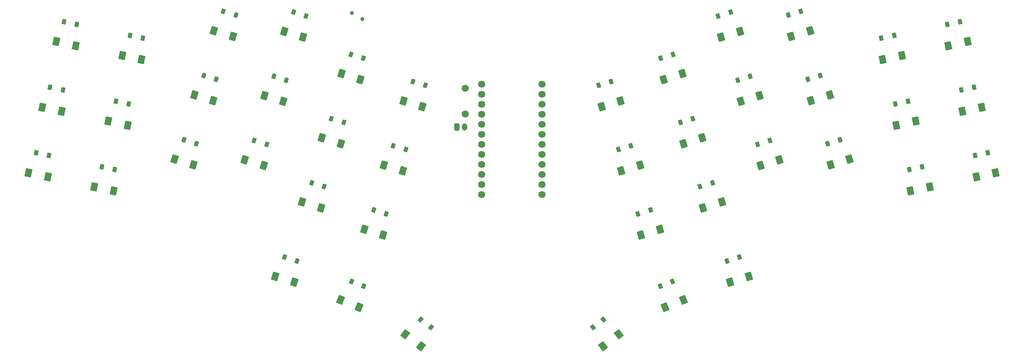
<source format=gbr>
%TF.GenerationSoftware,KiCad,Pcbnew,8.0.6*%
%TF.CreationDate,2025-06-24T00:53:43+02:00*%
%TF.ProjectId,main,6d61696e-2e6b-4696-9361-645f70636258,v1.0.0*%
%TF.SameCoordinates,Original*%
%TF.FileFunction,Soldermask,Bot*%
%TF.FilePolarity,Negative*%
%FSLAX46Y46*%
G04 Gerber Fmt 4.6, Leading zero omitted, Abs format (unit mm)*
G04 Created by KiCad (PCBNEW 8.0.6) date 2025-06-24 00:53:43*
%MOMM*%
%LPD*%
G01*
G04 APERTURE LIST*
G04 Aperture macros list*
%AMRoundRect*
0 Rectangle with rounded corners*
0 $1 Rounding radius*
0 $2 $3 $4 $5 $6 $7 $8 $9 X,Y pos of 4 corners*
0 Add a 4 corners polygon primitive as box body*
4,1,4,$2,$3,$4,$5,$6,$7,$8,$9,$2,$3,0*
0 Add four circle primitives for the rounded corners*
1,1,$1+$1,$2,$3*
1,1,$1+$1,$4,$5*
1,1,$1+$1,$6,$7*
1,1,$1+$1,$8,$9*
0 Add four rect primitives between the rounded corners*
20,1,$1+$1,$2,$3,$4,$5,0*
20,1,$1+$1,$4,$5,$6,$7,0*
20,1,$1+$1,$6,$7,$8,$9,0*
20,1,$1+$1,$8,$9,$2,$3,0*%
G04 Aperture macros list end*
%ADD10C,1.500000*%
%ADD11RoundRect,0.050000X-0.448764X-1.182893X1.033508X-0.729717X0.448764X1.182893X-1.033508X0.729717X0*%
%ADD12RoundRect,0.050000X-1.033508X-0.729717X0.448764X-1.182893X1.033508X0.729717X-0.448764X1.182893X0*%
%ADD13RoundRect,0.050000X-0.254914X-0.705350X0.605760X-0.442216X0.254914X0.705350X-0.605760X0.442216X0*%
%ADD14RoundRect,0.050000X-0.315419X-0.680449X0.564913X-0.493328X0.315419X0.680449X-0.564913X0.493328X0*%
%ADD15RoundRect,0.050000X-0.965976X-0.817016X0.550153X-1.139279X0.965976X0.817016X-0.550153X1.139279X0*%
%ADD16RoundRect,0.050000X-0.605760X-0.442216X0.254914X-0.705350X0.605760X0.442216X-0.254914X0.705350X0*%
%ADD17RoundRect,0.050000X-0.343961X-1.217504X1.093174X-0.636864X0.343961X1.217504X-1.093174X0.636864X0*%
%ADD18RoundRect,0.050000X-0.564913X-0.493328X0.315419X-0.680449X0.564913X0.493328X-0.315419X0.680449X0*%
%ADD19RoundRect,0.050000X-0.720475X-0.208365X-0.001703X-0.749998X0.720475X0.208365X0.001703X0.749998X0*%
%ADD20RoundRect,0.050000X-1.220758X-0.332229X0.017127X-1.265042X1.220758X0.332229X-0.017127X1.265042X0*%
%ADD21RoundRect,0.260000X-0.390000X-0.665000X0.390000X-0.665000X0.390000X0.665000X-0.390000X0.665000X0*%
%ADD22O,1.300000X1.850000*%
%ADD23RoundRect,0.050000X-0.192469X-0.724883X0.641997X-0.387737X0.192469X0.724883X-0.641997X0.387737X0*%
%ADD24RoundRect,0.050000X0.001703X-0.749998X0.720475X-0.208365X-0.001703X0.749998X-0.720475X0.208365X0*%
%ADD25RoundRect,0.050000X-0.550153X-1.139279X0.965976X-0.817016X0.550153X1.139279X-0.965976X0.817016X0*%
%ADD26RoundRect,0.050000X-1.093174X-0.636864X0.343961X-1.217504X1.093174X0.636864X-0.343961X1.217504X0*%
%ADD27C,1.800000*%
%ADD28C,1.000000*%
%ADD29RoundRect,0.050000X-0.017127X-1.265042X1.220758X-0.332229X0.017127X1.265042X-1.220758X0.332229X0*%
%ADD30RoundRect,0.050000X-0.641997X-0.387737X0.192469X-0.724883X0.641997X0.387737X-0.192469X0.724883X0*%
G04 APERTURE END LIST*
D10*
%TO.C,CPG1316*%
X254412383Y-111939001D03*
D11*
X254412383Y-111939001D03*
D10*
X259193916Y-110477127D03*
D11*
X259193916Y-110477127D03*
%TD*%
D10*
%TO.C,CPG1316*%
X116385650Y-110665929D03*
D12*
X116385650Y-110665929D03*
D10*
X121167169Y-112127797D03*
D12*
X121167169Y-112127797D03*
%TD*%
D10*
%TO.C,CPG1316*%
X121355974Y-94408746D03*
D12*
X121355974Y-94408746D03*
D10*
X126137493Y-95870614D03*
D12*
X126137493Y-95870614D03*
%TD*%
D10*
%TO.C,CPG1316*%
X125918275Y-137631247D03*
D12*
X125918275Y-137631247D03*
D10*
X130699794Y-139093115D03*
D12*
X130699794Y-139093115D03*
%TD*%
D13*
%TO.C,D34*%
X226409371Y-133728372D03*
X229565187Y-132763540D03*
%TD*%
D14*
%TO.C,D26*%
X275754951Y-112779316D03*
X278982843Y-112093208D03*
%TD*%
D10*
%TO.C,CPG1316*%
X231723020Y-95870617D03*
D11*
X231723020Y-95870617D03*
D10*
X236504553Y-94408743D03*
D11*
X236504553Y-94408743D03*
%TD*%
D10*
%TO.C,CPG1316*%
X73399425Y-133778073D03*
D15*
X73399425Y-133778073D03*
D10*
X78290158Y-134817642D03*
D15*
X78290158Y-134817642D03*
%TD*%
D10*
%TO.C,CPG1316*%
X103636930Y-94219957D03*
D12*
X103636930Y-94219957D03*
D10*
X108418449Y-95681825D03*
D12*
X108418449Y-95681825D03*
%TD*%
D16*
%TO.C,D10*%
X113792381Y-122055391D03*
X116948183Y-123020221D03*
%TD*%
D13*
%TO.C,D29*%
X253661050Y-106574242D03*
X256816866Y-105609410D03*
%TD*%
D14*
%TO.C,D25*%
X279289451Y-129407826D03*
X282517343Y-128721718D03*
%TD*%
D16*
%TO.C,D16*%
X143967773Y-139646470D03*
X147123575Y-140611300D03*
%TD*%
D10*
%TO.C,CPG1316*%
X227160712Y-139093123D03*
D11*
X227160712Y-139093123D03*
D10*
X231942245Y-137631249D03*
D11*
X231942245Y-137631249D03*
%TD*%
D10*
%TO.C,CPG1316*%
X217600048Y-164253913D03*
D17*
X217600048Y-164253913D03*
D10*
X222235962Y-162380892D03*
D17*
X222235962Y-162380892D03*
%TD*%
D16*
%TO.C,D9*%
X106013975Y-89352234D03*
X109169777Y-90317064D03*
%TD*%
D18*
%TO.C,D3*%
X65783656Y-91930202D03*
X69011562Y-92616312D03*
%TD*%
D10*
%TO.C,CPG1316*%
X151531355Y-111999825D03*
D12*
X151531355Y-111999825D03*
D10*
X156312874Y-113461693D03*
D12*
X156312874Y-113461693D03*
%TD*%
D18*
%TO.C,D2*%
X62249155Y-108558711D03*
X65477061Y-109244821D03*
%TD*%
D19*
%TO.C,D21*%
X155828149Y-167394794D03*
X158463647Y-169380764D03*
%TD*%
D10*
%TO.C,CPG1316*%
X76933932Y-117149569D03*
D15*
X76933932Y-117149569D03*
D10*
X81824665Y-118189138D03*
D15*
X81824665Y-118189138D03*
%TD*%
D13*
%TO.C,D35*%
X221439057Y-117471192D03*
X224594873Y-116506360D03*
%TD*%
D10*
%TO.C,CPG1316*%
X222190390Y-122835948D03*
D11*
X222190390Y-122835948D03*
D10*
X226971923Y-121374074D03*
D11*
X226971923Y-121374074D03*
%TD*%
D16*
%TO.C,D12*%
X123733012Y-89541030D03*
X126888814Y-90505860D03*
%TD*%
D10*
%TO.C,CPG1316*%
X151929596Y-171155938D03*
D20*
X151929596Y-171155938D03*
D10*
X155922778Y-174165012D03*
D20*
X155922778Y-174165012D03*
%TD*%
D14*
%TO.C,D23*%
X292383459Y-109244824D03*
X295611351Y-108558716D03*
%TD*%
D13*
%TO.C,D33*%
X230971689Y-90505872D03*
X234127505Y-89541040D03*
%TD*%
D21*
%TO.C,JST1*%
X164974997Y-118675001D03*
D22*
X166974995Y-118675007D03*
%TD*%
D18*
%TO.C,D4*%
X75343168Y-128721726D03*
X78571074Y-129407836D03*
%TD*%
D13*
%TO.C,D36*%
X216468737Y-101214016D03*
X219624553Y-100249184D03*
%TD*%
D23*
%TO.C,D41*%
X216384019Y-158975073D03*
X219443719Y-157738871D03*
%TD*%
D10*
%TO.C,CPG1316*%
X60305402Y-113615069D03*
D15*
X60305402Y-113615069D03*
D10*
X65196135Y-114654638D03*
D15*
X65196135Y-114654638D03*
%TD*%
D10*
%TO.C,CPG1316*%
X98666615Y-110477134D03*
D12*
X98666615Y-110477134D03*
D10*
X103448134Y-111939002D03*
D12*
X103448134Y-111939002D03*
%TD*%
D10*
%TO.C,CPG1316*%
X201547641Y-113461700D03*
D11*
X201547641Y-113461700D03*
D10*
X206329174Y-111999826D03*
D11*
X206329174Y-111999826D03*
%TD*%
D10*
%TO.C,CPG1316*%
X241663655Y-128384975D03*
D11*
X241663655Y-128384975D03*
D10*
X246445188Y-126923101D03*
D11*
X246445188Y-126923101D03*
%TD*%
D10*
%TO.C,CPG1316*%
X211488272Y-145976060D03*
D11*
X211488272Y-145976060D03*
D10*
X216269805Y-144514186D03*
D11*
X216269805Y-144514186D03*
%TD*%
D10*
%TO.C,CPG1316*%
X236693339Y-112127797D03*
D11*
X236693339Y-112127797D03*
D10*
X241474872Y-110665923D03*
D11*
X241474872Y-110665923D03*
%TD*%
D16*
%TO.C,D14*%
X133265648Y-116506364D03*
X136421450Y-117471194D03*
%TD*%
D24*
%TO.C,D42*%
X199396861Y-169380774D03*
X202032367Y-167394772D03*
%TD*%
D13*
%TO.C,D30*%
X248690734Y-90317072D03*
X251846550Y-89352240D03*
%TD*%
D14*
%TO.C,D22*%
X295917965Y-125873331D03*
X299145857Y-125187223D03*
%TD*%
D16*
%TO.C,D7*%
X96073336Y-121866593D03*
X99229138Y-122831423D03*
%TD*%
D10*
%TO.C,CPG1316*%
X289129869Y-98026129D03*
D25*
X289129869Y-98026129D03*
D10*
X294020606Y-96986571D03*
D25*
X294020606Y-96986571D03*
%TD*%
D10*
%TO.C,CPG1316*%
X279570352Y-134817629D03*
D25*
X279570352Y-134817629D03*
D10*
X284461089Y-133778071D03*
D25*
X284461089Y-133778071D03*
%TD*%
D13*
%TO.C,D28*%
X258631365Y-122831428D03*
X261787181Y-121866596D03*
%TD*%
%TO.C,D31*%
X240912331Y-123020225D03*
X244068147Y-122055393D03*
%TD*%
D10*
%TO.C,CPG1316*%
X119114535Y-156464969D03*
D12*
X119114535Y-156464969D03*
D10*
X123896054Y-157926837D03*
D12*
X123896054Y-157926837D03*
%TD*%
D18*
%TO.C,D6*%
X82412166Y-95464705D03*
X85640072Y-96150815D03*
%TD*%
D10*
%TO.C,CPG1316*%
X217220068Y-106578764D03*
D11*
X217220068Y-106578764D03*
D10*
X222001601Y-105116890D03*
D11*
X222001601Y-105116890D03*
%TD*%
D13*
%TO.C,D37*%
X210736939Y-140611299D03*
X213892755Y-139646467D03*
%TD*%
D10*
%TO.C,CPG1316*%
X292664362Y-114654631D03*
D25*
X292664362Y-114654631D03*
D10*
X297555099Y-113615073D03*
D25*
X297555099Y-113615073D03*
%TD*%
D10*
%TO.C,CPG1316*%
X141590717Y-144514184D03*
D12*
X141590717Y-144514184D03*
D10*
X146372236Y-145976052D03*
D12*
X146372236Y-145976052D03*
%TD*%
D10*
%TO.C,CPG1316*%
X130888600Y-121374072D03*
D12*
X130888600Y-121374072D03*
D10*
X135670119Y-122835940D03*
D12*
X135670119Y-122835940D03*
%TD*%
D13*
%TO.C,D40*%
X233213112Y-152562092D03*
X236368928Y-151597260D03*
%TD*%
D10*
%TO.C,CPG1316*%
X93696287Y-126734315D03*
D12*
X93696287Y-126734315D03*
D10*
X98477806Y-128196183D03*
D12*
X98477806Y-128196183D03*
%TD*%
D18*
%TO.C,D5*%
X78877661Y-112093217D03*
X82105567Y-112779327D03*
%TD*%
D10*
%TO.C,CPG1316*%
X233964447Y-157926841D03*
D11*
X233964447Y-157926841D03*
D10*
X238745980Y-156464967D03*
D11*
X238745980Y-156464967D03*
%TD*%
D10*
%TO.C,CPG1316*%
X276035865Y-118189135D03*
D25*
X276035865Y-118189135D03*
D10*
X280926602Y-117149577D03*
D25*
X280926602Y-117149577D03*
%TD*%
D16*
%TO.C,D19*%
X121491586Y-151597267D03*
X124647388Y-152562097D03*
%TD*%
D10*
%TO.C,CPG1316*%
X63839908Y-96986559D03*
D15*
X63839908Y-96986559D03*
D10*
X68730641Y-98026128D03*
D15*
X68730641Y-98026128D03*
%TD*%
D10*
%TO.C,CPG1316*%
X80468421Y-100521057D03*
D15*
X80468421Y-100521057D03*
D10*
X85359154Y-101560626D03*
D15*
X85359154Y-101560626D03*
%TD*%
D13*
%TO.C,D38*%
X205766616Y-124354120D03*
X208922432Y-123389288D03*
%TD*%
D10*
%TO.C,CPG1316*%
X135624543Y-162380886D03*
D26*
X135624543Y-162380886D03*
D10*
X140260465Y-164253929D03*
D26*
X140260465Y-164253929D03*
%TD*%
D27*
%TO.C,RST1*%
X167074994Y-115349994D03*
X167075006Y-108850000D03*
%TD*%
D10*
%TO.C,CPG1316*%
X206517948Y-129718872D03*
D11*
X206517948Y-129718872D03*
D10*
X211299481Y-128256998D03*
D11*
X211299481Y-128256998D03*
%TD*%
D10*
%TO.C,CPG1316*%
X259382694Y-128196188D03*
D11*
X259382694Y-128196188D03*
D10*
X264164227Y-126734314D03*
D11*
X264164227Y-126734314D03*
%TD*%
D10*
%TO.C,CPG1316*%
X146561044Y-128257004D03*
D12*
X146561044Y-128257004D03*
D10*
X151342563Y-129718872D03*
D12*
X151342563Y-129718872D03*
%TD*%
D16*
%TO.C,D13*%
X128295327Y-132763537D03*
X131451129Y-133728367D03*
%TD*%
D13*
%TO.C,D39*%
X200796295Y-108096933D03*
X203952111Y-107132101D03*
%TD*%
D10*
%TO.C,CPG1316*%
X296198863Y-131283134D03*
D25*
X296198863Y-131283134D03*
D10*
X301089600Y-130243576D03*
D25*
X301089600Y-130243576D03*
%TD*%
D28*
%TO.C,PWR1*%
X141125000Y-91275000D03*
X138526932Y-89775001D03*
%TD*%
D14*
%TO.C,D27*%
X272220455Y-96150807D03*
X275448347Y-95464699D03*
%TD*%
D10*
%TO.C,CPG1316*%
X135858923Y-105116907D03*
D12*
X135858923Y-105116907D03*
D10*
X140640442Y-106578775D03*
D12*
X140640442Y-106578775D03*
%TD*%
D16*
%TO.C,D15*%
X138235967Y-100249176D03*
X141391769Y-101214006D03*
%TD*%
%TO.C,D17*%
X148938082Y-123389294D03*
X152093884Y-124354124D03*
%TD*%
%TO.C,D8*%
X101043659Y-105609419D03*
X104199461Y-106574249D03*
%TD*%
%TO.C,D11*%
X118762692Y-105798212D03*
X121918494Y-106763042D03*
%TD*%
D13*
%TO.C,D32*%
X235942013Y-106763047D03*
X239097829Y-105798215D03*
%TD*%
D18*
%TO.C,D1*%
X58714658Y-125187218D03*
X61942564Y-125873328D03*
%TD*%
D10*
%TO.C,CPG1316*%
X249442056Y-95681818D03*
D11*
X249442056Y-95681818D03*
D10*
X254223589Y-94219944D03*
D11*
X254223589Y-94219944D03*
%TD*%
D10*
%TO.C,CPG1316*%
X111415326Y-126923111D03*
D12*
X111415326Y-126923111D03*
D10*
X116196845Y-128384979D03*
D12*
X116196845Y-128384979D03*
%TD*%
D16*
%TO.C,D18*%
X153908401Y-107132109D03*
X157064203Y-108096939D03*
%TD*%
D10*
%TO.C,CPG1316*%
X201937721Y-174165019D03*
D29*
X201937721Y-174165019D03*
D10*
X205930903Y-171155947D03*
D29*
X205930903Y-171155947D03*
%TD*%
D10*
%TO.C,CPG1316*%
X272501365Y-101560624D03*
D25*
X272501365Y-101560624D03*
D10*
X277392102Y-100521066D03*
D25*
X277392102Y-100521066D03*
%TD*%
D30*
%TO.C,D20*%
X138416786Y-157738878D03*
X141476500Y-158975070D03*
%TD*%
D14*
%TO.C,D24*%
X288848962Y-92616311D03*
X292076854Y-91930203D03*
%TD*%
D10*
%TO.C,CPG1316*%
X56770909Y-130243575D03*
D15*
X56770909Y-130243575D03*
D10*
X61661642Y-131283144D03*
D15*
X61661642Y-131283144D03*
%TD*%
D27*
%TO.C,MCU1*%
X186524991Y-107834996D03*
X186524993Y-110374997D03*
X186525000Y-112915000D03*
X186524997Y-115454997D03*
X186525000Y-117995004D03*
X186524999Y-120534997D03*
X186524987Y-123075003D03*
X186524997Y-125614999D03*
X186524992Y-128155004D03*
X186524993Y-130695005D03*
X186524991Y-133234995D03*
X186524996Y-135775000D03*
X171284995Y-135774999D03*
X171284997Y-133235000D03*
X171284995Y-130694999D03*
X171284988Y-128154996D03*
X171284991Y-125614999D03*
X171284988Y-123074992D03*
X171284989Y-120534999D03*
X171285001Y-117994993D03*
X171284991Y-115454997D03*
X171284996Y-112914992D03*
X171284995Y-110374991D03*
X171284997Y-107835001D03*
%TD*%
M02*

</source>
